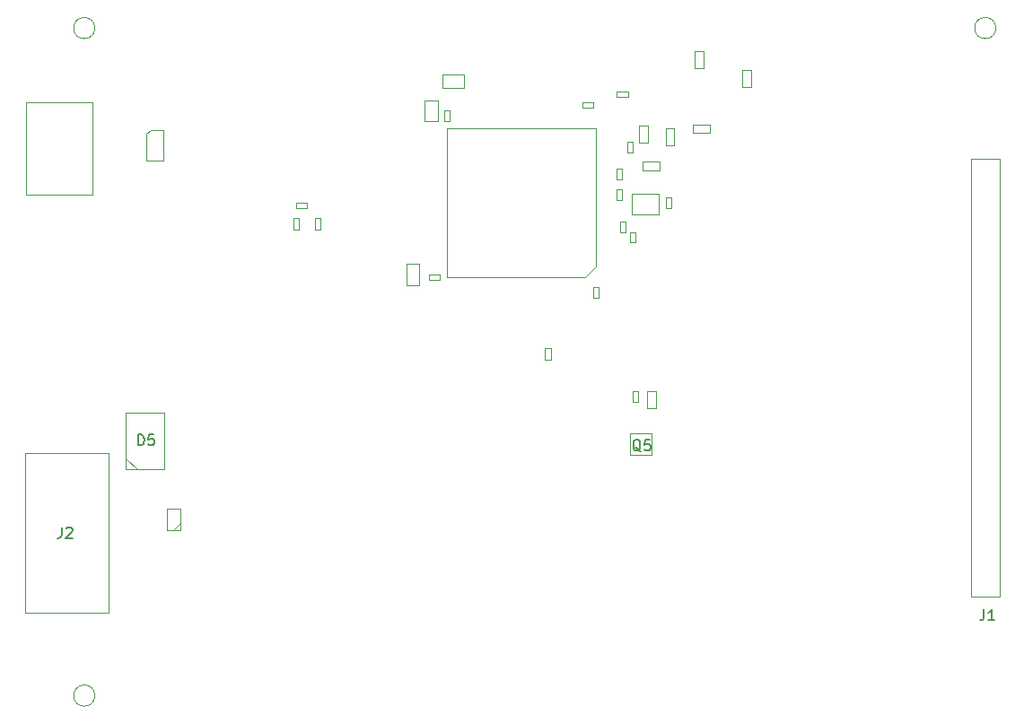
<source format=gbr>
%TF.GenerationSoftware,KiCad,Pcbnew,8.0.8*%
%TF.CreationDate,2025-03-28T17:49:42+01:00*%
%TF.ProjectId,mcu,6d63752e-6b69-4636-9164-5f7063625858,rev?*%
%TF.SameCoordinates,PX47868c0PY8583b00*%
%TF.FileFunction,AssemblyDrawing,Top*%
%FSLAX46Y46*%
G04 Gerber Fmt 4.6, Leading zero omitted, Abs format (unit mm)*
G04 Created by KiCad (PCBNEW 8.0.8) date 2025-03-28 17:49:42*
%MOMM*%
%LPD*%
G01*
G04 APERTURE LIST*
%ADD10C,0.150000*%
%ADD11C,0.100000*%
G04 APERTURE END LIST*
D10*
X58003445Y38034943D02*
X57908207Y38082562D01*
X57908207Y38082562D02*
X57812969Y38177800D01*
X57812969Y38177800D02*
X57670112Y38320658D01*
X57670112Y38320658D02*
X57574874Y38368277D01*
X57574874Y38368277D02*
X57479636Y38368277D01*
X57527255Y38130181D02*
X57432017Y38177800D01*
X57432017Y38177800D02*
X57336779Y38273039D01*
X57336779Y38273039D02*
X57289160Y38463515D01*
X57289160Y38463515D02*
X57289160Y38796848D01*
X57289160Y38796848D02*
X57336779Y38987324D01*
X57336779Y38987324D02*
X57432017Y39082562D01*
X57432017Y39082562D02*
X57527255Y39130181D01*
X57527255Y39130181D02*
X57717731Y39130181D01*
X57717731Y39130181D02*
X57812969Y39082562D01*
X57812969Y39082562D02*
X57908207Y38987324D01*
X57908207Y38987324D02*
X57955826Y38796848D01*
X57955826Y38796848D02*
X57955826Y38463515D01*
X57955826Y38463515D02*
X57908207Y38273039D01*
X57908207Y38273039D02*
X57812969Y38177800D01*
X57812969Y38177800D02*
X57717731Y38130181D01*
X57717731Y38130181D02*
X57527255Y38130181D01*
X58860588Y39130181D02*
X58384398Y39130181D01*
X58384398Y39130181D02*
X58336779Y38653991D01*
X58336779Y38653991D02*
X58384398Y38701610D01*
X58384398Y38701610D02*
X58479636Y38749229D01*
X58479636Y38749229D02*
X58717731Y38749229D01*
X58717731Y38749229D02*
X58812969Y38701610D01*
X58812969Y38701610D02*
X58860588Y38653991D01*
X58860588Y38653991D02*
X58908207Y38558753D01*
X58908207Y38558753D02*
X58908207Y38320658D01*
X58908207Y38320658D02*
X58860588Y38225420D01*
X58860588Y38225420D02*
X58812969Y38177800D01*
X58812969Y38177800D02*
X58717731Y38130181D01*
X58717731Y38130181D02*
X58479636Y38130181D01*
X58479636Y38130181D02*
X58384398Y38177800D01*
X58384398Y38177800D02*
X58336779Y38225420D01*
D11*
X0Y71000000D02*
X6250000Y71000000D01*
X6250000Y62250000D01*
X0Y62250000D01*
X0Y71000000D01*
D10*
X10586779Y38630181D02*
X10586779Y39630181D01*
X10586779Y39630181D02*
X10824874Y39630181D01*
X10824874Y39630181D02*
X10967731Y39582562D01*
X10967731Y39582562D02*
X11062969Y39487324D01*
X11062969Y39487324D02*
X11110588Y39392086D01*
X11110588Y39392086D02*
X11158207Y39201610D01*
X11158207Y39201610D02*
X11158207Y39058753D01*
X11158207Y39058753D02*
X11110588Y38868277D01*
X11110588Y38868277D02*
X11062969Y38773039D01*
X11062969Y38773039D02*
X10967731Y38677800D01*
X10967731Y38677800D02*
X10824874Y38630181D01*
X10824874Y38630181D02*
X10586779Y38630181D01*
X12062969Y39630181D02*
X11586779Y39630181D01*
X11586779Y39630181D02*
X11539160Y39153991D01*
X11539160Y39153991D02*
X11586779Y39201610D01*
X11586779Y39201610D02*
X11682017Y39249229D01*
X11682017Y39249229D02*
X11920112Y39249229D01*
X11920112Y39249229D02*
X12015350Y39201610D01*
X12015350Y39201610D02*
X12062969Y39153991D01*
X12062969Y39153991D02*
X12110588Y39058753D01*
X12110588Y39058753D02*
X12110588Y38820658D01*
X12110588Y38820658D02*
X12062969Y38725420D01*
X12062969Y38725420D02*
X12015350Y38677800D01*
X12015350Y38677800D02*
X11920112Y38630181D01*
X11920112Y38630181D02*
X11682017Y38630181D01*
X11682017Y38630181D02*
X11586779Y38677800D01*
X11586779Y38677800D02*
X11539160Y38725420D01*
X3372493Y30880181D02*
X3372493Y30165896D01*
X3372493Y30165896D02*
X3324874Y30023039D01*
X3324874Y30023039D02*
X3229636Y29927800D01*
X3229636Y29927800D02*
X3086779Y29880181D01*
X3086779Y29880181D02*
X2991541Y29880181D01*
X3801065Y30784943D02*
X3848684Y30832562D01*
X3848684Y30832562D02*
X3943922Y30880181D01*
X3943922Y30880181D02*
X4182017Y30880181D01*
X4182017Y30880181D02*
X4277255Y30832562D01*
X4277255Y30832562D02*
X4324874Y30784943D01*
X4324874Y30784943D02*
X4372493Y30689705D01*
X4372493Y30689705D02*
X4372493Y30594467D01*
X4372493Y30594467D02*
X4324874Y30451610D01*
X4324874Y30451610D02*
X3753446Y29880181D01*
X3753446Y29880181D02*
X4372493Y29880181D01*
X90372493Y23130181D02*
X90372493Y22415896D01*
X90372493Y22415896D02*
X90324874Y22273039D01*
X90324874Y22273039D02*
X90229636Y22177800D01*
X90229636Y22177800D02*
X90086779Y22130181D01*
X90086779Y22130181D02*
X89991541Y22130181D01*
X91372493Y22130181D02*
X90801065Y22130181D01*
X91086779Y22130181D02*
X91086779Y23130181D01*
X91086779Y23130181D02*
X90991541Y22987324D01*
X90991541Y22987324D02*
X90896303Y22892086D01*
X90896303Y22892086D02*
X90801065Y22844467D01*
D11*
%TO.C,Q5*%
X57000000Y37750000D02*
X57000000Y39750000D01*
X59000000Y37750000D02*
X57000000Y37750000D01*
X57000000Y39750000D02*
X59000000Y39750000D01*
X59000000Y39750000D02*
X59000000Y37750000D01*
%TO.C,IC6*%
X14575000Y30600000D02*
X13325000Y30600000D01*
X14575000Y31250000D02*
X13925000Y30600000D01*
X14575000Y32600000D02*
X14575000Y30600000D01*
X13325000Y30600000D02*
X13325000Y32600000D01*
X13325000Y32600000D02*
X14575000Y32600000D01*
%TO.C,J2*%
X-100000Y37920000D02*
X7800000Y37920000D01*
X-100000Y22780000D02*
X-100000Y37920000D01*
X7800000Y37920000D02*
X7800000Y22780000D01*
X7800000Y22780000D02*
X-100000Y22780000D01*
%TO.C,R32*%
X62950000Y68912500D02*
X64550000Y68912500D01*
X62950000Y68087500D02*
X62950000Y68912500D01*
X64550000Y68912500D02*
X64550000Y68087500D01*
X64550000Y68087500D02*
X62950000Y68087500D01*
%TO.C,C43*%
X38000000Y54750000D02*
X39000000Y54750000D01*
X38000000Y54250000D02*
X38000000Y54750000D01*
X39000000Y54750000D02*
X39000000Y54250000D01*
X39000000Y54250000D02*
X38000000Y54250000D01*
%TO.C,R36*%
X63087500Y75800000D02*
X63912500Y75800000D01*
X63087500Y74200000D02*
X63087500Y75800000D01*
X63912500Y75800000D02*
X63912500Y74200000D01*
X63912500Y74200000D02*
X63087500Y74200000D01*
%TO.C,J1*%
X89150000Y65695000D02*
X91850000Y65695000D01*
X89150000Y24305000D02*
X89150000Y65695000D01*
X91850000Y65695000D02*
X91850000Y24305000D01*
X91850000Y24305000D02*
X89150000Y24305000D01*
%TO.C,C45*%
X39300000Y73625000D02*
X41300000Y73625000D01*
X39300000Y72375000D02*
X39300000Y73625000D01*
X41300000Y73625000D02*
X41300000Y72375000D01*
X41300000Y72375000D02*
X39300000Y72375000D01*
%TO.C,C41*%
X52500000Y71000000D02*
X53500000Y71000000D01*
X52500000Y70500000D02*
X52500000Y71000000D01*
X53500000Y71000000D02*
X53500000Y70500000D01*
X53500000Y70500000D02*
X52500000Y70500000D01*
%TO.C,R34*%
X48980000Y47775000D02*
X49520000Y47775000D01*
X48980000Y46725000D02*
X48980000Y47775000D01*
X49520000Y47775000D02*
X49520000Y46725000D01*
X49520000Y46725000D02*
X48980000Y46725000D01*
%TO.C,XTAL1*%
X57187000Y62388000D02*
X57187000Y60388000D01*
X57187000Y60388000D02*
X59687000Y60388000D01*
X59687000Y62388000D02*
X57187000Y62388000D01*
X59687000Y60388000D02*
X59687000Y62388000D01*
%TO.C,C47*%
X57850000Y68825000D02*
X58650000Y68825000D01*
X57850000Y67225000D02*
X57850000Y68825000D01*
X58650000Y68825000D02*
X58650000Y67225000D01*
X58650000Y67225000D02*
X57850000Y67225000D01*
%TO.C,R21*%
X57230000Y43775000D02*
X57770000Y43775000D01*
X57230000Y42725000D02*
X57230000Y43775000D01*
X57770000Y43775000D02*
X57770000Y42725000D01*
X57770000Y42725000D02*
X57230000Y42725000D01*
%TO.C,FID3*%
X6500000Y15000000D02*
G75*
G02*
X4500000Y15000000I-1000000J0D01*
G01*
X4500000Y15000000D02*
G75*
G02*
X6500000Y15000000I1000000J0D01*
G01*
%TO.C,C50*%
X55750000Y64750000D02*
X56250000Y64750000D01*
X55750000Y63750000D02*
X55750000Y64750000D01*
X56250000Y64750000D02*
X56250000Y63750000D01*
X56250000Y63750000D02*
X55750000Y63750000D01*
%TO.C,C46*%
X35875000Y55750000D02*
X37125000Y55750000D01*
X35875000Y53750000D02*
X35875000Y55750000D01*
X37125000Y55750000D02*
X37125000Y53750000D01*
X37125000Y53750000D02*
X35875000Y53750000D01*
%TO.C,R33*%
X60337500Y68550000D02*
X61162500Y68550000D01*
X60337500Y66950000D02*
X60337500Y68550000D01*
X61162500Y68550000D02*
X61162500Y66950000D01*
X61162500Y66950000D02*
X60337500Y66950000D01*
%TO.C,IC7*%
X11337500Y68000000D02*
X11737500Y68400000D01*
X11337500Y65500000D02*
X11337500Y68000000D01*
X11737500Y68400000D02*
X12937500Y68400000D01*
X12937500Y68400000D02*
X12937500Y65500000D01*
X12937500Y65500000D02*
X11337500Y65500000D01*
%TO.C,C48*%
X56750000Y67230000D02*
X57250000Y67230000D01*
X56750000Y66230000D02*
X56750000Y67230000D01*
X57250000Y67230000D02*
X57250000Y66230000D01*
X57250000Y66230000D02*
X56750000Y66230000D01*
%TO.C,R38*%
X27230000Y60035000D02*
X27770000Y60035000D01*
X27230000Y58985000D02*
X27230000Y60035000D01*
X27770000Y60035000D02*
X27770000Y58985000D01*
X27770000Y58985000D02*
X27230000Y58985000D01*
%TO.C,IC9*%
X39750000Y68500000D02*
X53750000Y68500000D01*
X39750000Y54500000D02*
X39750000Y68500000D01*
X52750000Y54500000D02*
X39750000Y54500000D01*
X53750000Y68500000D02*
X53750000Y55500000D01*
X53750000Y55500000D02*
X52750000Y54500000D01*
%TO.C,R35*%
X67600000Y74075000D02*
X68400000Y74075000D01*
X67600000Y72475000D02*
X67600000Y74075000D01*
X68400000Y74075000D02*
X68400000Y72475000D01*
X68400000Y72475000D02*
X67600000Y72475000D01*
%TO.C,C40*%
X56020000Y59750000D02*
X56520000Y59750000D01*
X56020000Y58750000D02*
X56020000Y59750000D01*
X56520000Y59750000D02*
X56520000Y58750000D01*
X56520000Y58750000D02*
X56020000Y58750000D01*
%TO.C,C49*%
X58200000Y65400000D02*
X59800000Y65400000D01*
X58200000Y64600000D02*
X58200000Y65400000D01*
X59800000Y65400000D02*
X59800000Y64600000D01*
X59800000Y64600000D02*
X58200000Y64600000D01*
%TO.C,C51*%
X55750000Y62750000D02*
X56250000Y62750000D01*
X55750000Y61750000D02*
X55750000Y62750000D01*
X56250000Y62750000D02*
X56250000Y61750000D01*
X56250000Y61750000D02*
X55750000Y61750000D01*
%TO.C,D5*%
X9438000Y41675000D02*
X13062000Y41675000D01*
X9438000Y36325000D02*
X9438000Y41675000D01*
X10512000Y36325000D02*
X9438000Y37400000D01*
X13062000Y41675000D02*
X13062000Y36325000D01*
X13062000Y36325000D02*
X9438000Y36325000D01*
%TO.C,C44*%
X53500000Y53520000D02*
X54000000Y53520000D01*
X53500000Y52520000D02*
X53500000Y53520000D01*
X54000000Y53520000D02*
X54000000Y52520000D01*
X54000000Y52520000D02*
X53500000Y52520000D01*
%TO.C,C16*%
X25480000Y61510000D02*
X26480000Y61510000D01*
X25480000Y61010000D02*
X25480000Y61510000D01*
X26480000Y61510000D02*
X26480000Y61010000D01*
X26480000Y61010000D02*
X25480000Y61010000D01*
%TO.C,FID1*%
X6500000Y78000000D02*
G75*
G02*
X4500000Y78000000I-1000000J0D01*
G01*
X4500000Y78000000D02*
G75*
G02*
X6500000Y78000000I1000000J0D01*
G01*
%TO.C,FID2*%
X91500000Y78000000D02*
G75*
G02*
X89500000Y78000000I-1000000J0D01*
G01*
X89500000Y78000000D02*
G75*
G02*
X91500000Y78000000I1000000J0D01*
G01*
%TO.C,C42*%
X39500000Y70250000D02*
X40000000Y70250000D01*
X39500000Y69250000D02*
X39500000Y70250000D01*
X40000000Y70250000D02*
X40000000Y69250000D01*
X40000000Y69250000D02*
X39500000Y69250000D01*
%TO.C,R39*%
X55725000Y72020000D02*
X56775000Y72020000D01*
X55725000Y71480000D02*
X55725000Y72020000D01*
X56775000Y72020000D02*
X56775000Y71480000D01*
X56775000Y71480000D02*
X55725000Y71480000D01*
%TO.C,R22*%
X58587500Y43725000D02*
X59412500Y43725000D01*
X58587500Y42125000D02*
X58587500Y43725000D01*
X59412500Y43725000D02*
X59412500Y42125000D01*
X59412500Y42125000D02*
X58587500Y42125000D01*
%TO.C,C38*%
X37625000Y71200000D02*
X38875000Y71200000D01*
X37625000Y69200000D02*
X37625000Y71200000D01*
X38875000Y71200000D02*
X38875000Y69200000D01*
X38875000Y69200000D02*
X37625000Y69200000D01*
%TO.C,C52*%
X60374000Y62026000D02*
X60874000Y62026000D01*
X60374000Y61026000D02*
X60374000Y62026000D01*
X60874000Y62026000D02*
X60874000Y61026000D01*
X60874000Y61026000D02*
X60374000Y61026000D01*
%TO.C,C39*%
X57000000Y58750000D02*
X57500000Y58750000D01*
X57000000Y57750000D02*
X57000000Y58750000D01*
X57500000Y58750000D02*
X57500000Y57750000D01*
X57500000Y57750000D02*
X57000000Y57750000D01*
%TO.C,R37*%
X25230000Y60035000D02*
X25770000Y60035000D01*
X25230000Y58985000D02*
X25230000Y60035000D01*
X25770000Y60035000D02*
X25770000Y58985000D01*
X25770000Y58985000D02*
X25230000Y58985000D01*
%TD*%
M02*

</source>
